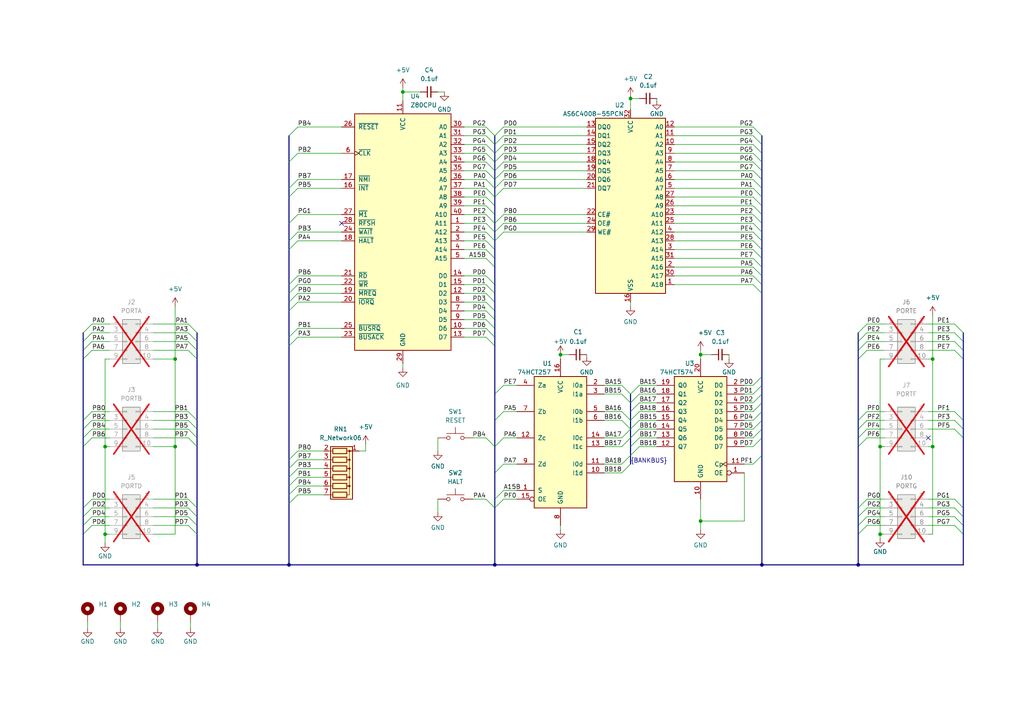
<source format=kicad_sch>
(kicad_sch (version 20231120) (generator "eeschema") (generator_version "8.0")
  (paper "A4")
  (title_block (title "AVRbrain") (date "2024-01-23") (rev "1.0") (company "(C) 2023 J.B. Langston") (comment 1 "https://github.com/jblang/avrbrain"))
  (junction (at 255.27 129.54))
  (junction (at 270.51 104.14))
  (junction (at 143.51 163.83))
  (junction (at 203.2 151.13))
  (junction (at 182.88 28.575))
  (junction (at 270.51 129.54))
  (junction (at 50.8 129.54))
  (junction (at 30.48 154.94))
  (junction (at 57.15 163.83))
  (junction (at 116.84 26.67))
  (junction (at 248.92 163.83))
  (junction (at 162.56 102.87))
  (junction (at 203.2 102.87))
  (junction (at 83.82 163.83))
  (junction (at 220.98 163.83))
  (junction (at 50.8 104.14))
  (junction (at 255.27 154.94))
  (junction (at 30.48 129.54))
  (no_connect (at 99.06 64.77))
  (no_connect (at 269.24 127))
  (bus_entry (at 220.98 69.85) (size -2.54 -2.54))
  (bus_entry (at 218.44 134.62) (size 2.54 -2.54))
  (bus_entry (at 251.46 124.46) (size -2.54 2.54))
  (bus_entry (at 26.67 149.86) (size -2.54 2.54))
  (bus_entry (at 220.98 54.61) (size -2.54 -2.54))
  (bus_entry (at 220.98 111.76) (size -2.54 2.54))
  (bus_entry (at 140.97 127) (size 2.54 2.54))
  (bus_entry (at 220.98 39.37) (size -2.54 -2.54))
  (bus_entry (at 220.98 41.91) (size -2.54 -2.54))
  (bus_entry (at 54.61 101.6) (size 2.54 2.54))
  (bus_entry (at 185.42 127) (size -2.54 2.54))
  (bus_entry (at 220.98 64.77) (size -2.54 -2.54))
  (bus_entry (at 220.98 46.99) (size -2.54 -2.54))
  (bus_entry (at 143.51 64.77) (size 2.54 -2.54))
  (bus_entry (at 26.67 99.06) (size -2.54 2.54))
  (bus_entry (at 26.67 119.38) (size -2.54 2.54))
  (bus_entry (at 83.82 72.39) (size 2.54 -2.54))
  (bus_entry (at 140.97 72.39) (size 2.54 2.54))
  (bus_entry (at 182.88 124.46) (size -2.54 2.54))
  (bus_entry (at 220.98 121.92) (size -2.54 2.54))
  (bus_entry (at 220.98 114.3) (size -2.54 2.54))
  (bus_entry (at 251.46 101.6) (size -2.54 2.54))
  (bus_entry (at 86.36 135.89) (size -2.54 2.54))
  (bus_entry (at 83.82 46.99) (size 2.54 -2.54))
  (bus_entry (at 54.61 96.52) (size 2.54 2.54))
  (bus_entry (at 185.42 129.54) (size -2.54 2.54))
  (bus_entry (at 140.97 62.23) (size 2.54 2.54))
  (bus_entry (at 182.88 132.08) (size -2.54 2.54))
  (bus_entry (at 86.36 133.35) (size -2.54 2.54))
  (bus_entry (at 83.82 39.37) (size 2.54 -2.54))
  (bus_entry (at 143.51 137.16) (size 2.54 -2.54))
  (bus_entry (at 143.51 49.53) (size 2.54 -2.54))
  (bus_entry (at 143.51 121.92) (size 2.54 -2.54))
  (bus_entry (at 185.42 121.92) (size -2.54 2.54))
  (bus_entry (at 83.82 85.09) (size 2.54 -2.54))
  (bus_entry (at 276.86 96.52) (size 2.54 2.54))
  (bus_entry (at 54.61 124.46) (size 2.54 2.54))
  (bus_entry (at 251.46 96.52) (size -2.54 2.54))
  (bus_entry (at 143.51 129.54) (size 2.54 -2.54))
  (bus_entry (at 140.97 46.99) (size 2.54 2.54))
  (bus_entry (at 276.86 124.46) (size 2.54 2.54))
  (bus_entry (at 185.42 116.84) (size -2.54 2.54))
  (bus_entry (at 140.97 90.17) (size 2.54 2.54))
  (bus_entry (at 26.67 121.92) (size -2.54 2.54))
  (bus_entry (at 83.82 87.63) (size 2.54 -2.54))
  (bus_entry (at 143.51 46.99) (size 2.54 -2.54))
  (bus_entry (at 140.97 67.31) (size 2.54 2.54))
  (bus_entry (at 276.86 121.92) (size 2.54 2.54))
  (bus_entry (at 83.82 57.15) (size 2.54 -2.54))
  (bus_entry (at 54.61 93.98) (size 2.54 2.54))
  (bus_entry (at 220.98 85.09) (size -2.54 -2.54))
  (bus_entry (at 143.51 52.07) (size 2.54 -2.54))
  (bus_entry (at 220.98 124.46) (size -2.54 2.54))
  (bus_entry (at 143.51 67.31) (size 2.54 -2.54))
  (bus_entry (at 140.97 80.01) (size 2.54 2.54))
  (bus_entry (at 251.46 152.4) (size -2.54 2.54))
  (bus_entry (at 185.42 114.3) (size -2.54 2.54))
  (bus_entry (at 83.82 54.61) (size 2.54 -2.54))
  (bus_entry (at 140.97 87.63) (size 2.54 2.54))
  (bus_entry (at 143.51 147.32) (size 2.54 -2.54))
  (bus_entry (at 251.46 144.78) (size -2.54 2.54))
  (bus_entry (at 140.97 144.78) (size 2.54 2.54))
  (bus_entry (at 220.98 109.22) (size -2.54 2.54))
  (bus_entry (at 276.86 144.78) (size 2.54 2.54))
  (bus_entry (at 276.86 99.06) (size 2.54 2.54))
  (bus_entry (at 54.61 121.92) (size 2.54 2.54))
  (bus_entry (at 54.61 127) (size 2.54 2.54))
  (bus_entry (at 83.82 100.33) (size 2.54 -2.54))
  (bus_entry (at 143.51 114.3) (size 2.54 -2.54))
  (bus_entry (at 251.46 119.38) (size -2.54 2.54))
  (bus_entry (at 276.86 93.98) (size 2.54 2.54))
  (bus_entry (at 26.67 101.6) (size -2.54 2.54))
  (bus_entry (at 220.98 59.69) (size -2.54 -2.54))
  (bus_entry (at 140.97 52.07) (size 2.54 2.54))
  (bus_entry (at 54.61 144.78) (size 2.54 2.54))
  (bus_entry (at 140.97 82.55) (size 2.54 2.54))
  (bus_entry (at 182.88 134.62) (size -2.54 2.54))
  (bus_entry (at 182.88 116.84) (size -2.54 -2.54))
  (bus_entry (at 86.36 130.81) (size -2.54 2.54))
  (bus_entry (at 140.97 36.83) (size 2.54 2.54))
  (bus_entry (at 251.46 93.98) (size -2.54 2.54))
  (bus_entry (at 220.98 72.39) (size -2.54 -2.54))
  (bus_entry (at 185.42 124.46) (size -2.54 2.54))
  (bus_entry (at 220.98 127) (size -2.54 2.54))
  (bus_entry (at 140.97 54.61) (size 2.54 2.54))
  (bus_entry (at 251.46 127) (size -2.54 2.54))
  (bus_entry (at 140.97 92.71) (size 2.54 2.54))
  (bus_entry (at 83.82 64.77) (size 2.54 -2.54))
  (bus_entry (at 220.98 67.31) (size -2.54 -2.54))
  (bus_entry (at 83.82 90.17) (size 2.54 -2.54))
  (bus_entry (at 140.97 64.77) (size 2.54 2.54))
  (bus_entry (at 86.36 138.43) (size -2.54 2.54))
  (bus_entry (at 26.67 96.52) (size -2.54 2.54))
  (bus_entry (at 26.67 152.4) (size -2.54 2.54))
  (bus_entry (at 143.51 144.78) (size 2.54 -2.54))
  (bus_entry (at 251.46 147.32) (size -2.54 2.54))
  (bus_entry (at 83.82 69.85) (size 2.54 -2.54))
  (bus_entry (at 54.61 119.38) (size 2.54 2.54))
  (bus_entry (at 220.98 44.45) (size -2.54 -2.54))
  (bus_entry (at 182.88 121.92) (size -2.54 -2.54))
  (bus_entry (at 54.61 99.06) (size 2.54 2.54))
  (bus_entry (at 251.46 121.92) (size -2.54 2.54))
  (bus_entry (at 26.67 144.78) (size -2.54 2.54))
  (bus_entry (at 140.97 69.85) (size 2.54 2.54))
  (bus_entry (at 140.97 95.25) (size 2.54 2.54))
  (bus_entry (at 140.97 41.91) (size 2.54 2.54))
  (bus_entry (at 140.97 74.93) (size 2.54 2.54))
  (bus_entry (at 140.97 57.15) (size 2.54 2.54))
  (bus_entry (at 220.98 52.07) (size -2.54 -2.54))
  (bus_entry (at 140.97 49.53) (size 2.54 2.54))
  (bus_entry (at 276.86 119.38) (size 2.54 2.54))
  (bus_entry (at 251.46 149.86) (size -2.54 2.54))
  (bus_entry (at 185.42 111.76) (size -2.54 2.54))
  (bus_entry (at 185.42 119.38) (size -2.54 2.54))
  (bus_entry (at 220.98 119.38) (size -2.54 2.54))
  (bus_entry (at 143.51 41.91) (size 2.54 -2.54))
  (bus_entry (at 143.51 54.61) (size 2.54 -2.54))
  (bus_entry (at 276.86 152.4) (size 2.54 2.54))
  (bus_entry (at 276.86 147.32) (size 2.54 2.54))
  (bus_entry (at 83.82 97.79) (size 2.54 -2.54))
  (bus_entry (at 220.98 49.53) (size -2.54 -2.54))
  (bus_entry (at 143.51 44.45) (size 2.54 -2.54))
  (bus_entry (at 83.82 82.55) (size 2.54 -2.54))
  (bus_entry (at 220.98 80.01) (size -2.54 -2.54))
  (bus_entry (at 220.98 116.84) (size -2.54 2.54))
  (bus_entry (at 86.36 143.51) (size -2.54 2.54))
  (bus_entry (at 220.98 77.47) (size -2.54 -2.54))
  (bus_entry (at 220.98 74.93) (size -2.54 -2.54))
  (bus_entry (at 220.98 62.23) (size -2.54 -2.54))
  (bus_entry (at 26.67 127) (size -2.54 2.54))
  (bus_entry (at 143.51 57.15) (size 2.54 -2.54))
  (bus_entry (at 276.86 149.86) (size 2.54 2.54))
  (bus_entry (at 251.46 99.06) (size -2.54 2.54))
  (bus_entry (at 26.67 93.98) (size -2.54 2.54))
  (bus_entry (at 26.67 124.46) (size -2.54 2.54))
  (bus_entry (at 140.97 44.45) (size 2.54 2.54))
  (bus_entry (at 140.97 85.09) (size 2.54 2.54))
  (bus_entry (at 143.51 69.85) (size 2.54 -2.54))
  (bus_entry (at 182.88 114.3) (size -2.54 -2.54))
  (bus_entry (at 276.86 101.6) (size 2.54 2.54))
  (bus_entry (at 140.97 97.79) (size 2.54 2.54))
  (bus_entry (at 143.51 39.37) (size 2.54 -2.54))
  (bus_entry (at 182.88 127) (size -2.54 2.54))
  (bus_entry (at 54.61 147.32) (size 2.54 2.54))
  (bus_entry (at 182.88 124.46) (size -2.54 -2.54))
  (bus_entry (at 86.36 140.97) (size -2.54 2.54))
  (bus_entry (at 26.67 147.32) (size -2.54 2.54))
  (bus_entry (at 54.61 149.86) (size 2.54 2.54))
  (bus_entry (at 140.97 39.37) (size 2.54 2.54))
  (bus_entry (at 220.98 82.55) (size -2.54 -2.54))
  (bus_entry (at 140.97 59.69) (size 2.54 2.54))
  (bus_entry (at 220.98 57.15) (size -2.54 -2.54))
  (bus_entry (at 54.61 152.4) (size 2.54 2.54))
  (bus (pts (xy 248.92 99.06) (xy 248.92 101.6)))
  (wire (pts (xy 211.455 102.87) (xy 211.455 104.14)))
  (wire (pts (xy 116.84 25.4) (xy 116.84 26.67)))
  (wire (pts (xy 195.58 54.61) (xy 218.44 54.61)))
  (wire (pts (xy 26.67 127) (xy 31.75 127)))
  (wire (pts (xy 134.62 59.69) (xy 140.97 59.69)))
  (wire (pts (xy 269.24 152.4) (xy 276.86 152.4)))
  (wire (pts (xy 44.45 121.92) (xy 54.61 121.92)))
  (wire (pts (xy 195.58 80.01) (xy 218.44 80.01)))
  (bus (pts (xy 182.88 132.08) (xy 182.88 134.62)))
  (bus (pts (xy 182.88 121.92) (xy 182.88 124.46)))
  (bus (pts (xy 143.51 57.15) (xy 143.51 59.69)))
  (bus (pts (xy 143.51 69.85) (xy 143.51 72.39)))
  (wire (pts (xy 127 144.78) (xy 127 148.59)))
  (wire (pts (xy 26.67 99.06) (xy 31.75 99.06)))
  (bus (pts (xy 24.13 149.86) (xy 24.13 152.4)))
  (bus (pts (xy 220.98 69.85) (xy 220.98 72.39)))
  (wire (pts (xy 86.36 36.83) (xy 99.06 36.83)))
  (bus (pts (xy 83.82 97.79) (xy 83.82 100.33)))
  (wire (pts (xy 170.18 39.37) (xy 146.05 39.37)))
  (bus (pts (xy 220.98 85.09) (xy 220.98 109.22)))
  (wire (pts (xy 270.51 91.44) (xy 270.51 104.14)))
  (wire (pts (xy 255.27 154.94) (xy 255.27 129.54)))
  (wire (pts (xy 44.45 144.78) (xy 54.61 144.78)))
  (wire (pts (xy 215.9 134.62) (xy 218.44 134.62)))
  (wire (pts (xy 26.67 93.98) (xy 31.75 93.98)))
  (wire (pts (xy 26.67 144.78) (xy 31.75 144.78)))
  (wire (pts (xy 26.67 101.6) (xy 31.75 101.6)))
  (bus (pts (xy 220.98 132.08) (xy 220.98 163.83)))
  (wire (pts (xy 99.06 87.63) (xy 86.36 87.63)))
  (bus (pts (xy 220.98 111.76) (xy 220.98 114.3)))
  (wire (pts (xy 195.58 62.23) (xy 218.44 62.23)))
  (wire (pts (xy 146.05 62.23) (xy 170.18 62.23)))
  (bus (pts (xy 57.15 101.6) (xy 57.15 104.14)))
  (wire (pts (xy 251.46 96.52) (xy 256.54 96.52)))
  (bus (pts (xy 220.98 69.85) (xy 220.98 67.31)))
  (wire (pts (xy 215.9 151.13) (xy 203.2 151.13)))
  (wire (pts (xy 134.62 44.45) (xy 140.97 44.45)))
  (wire (pts (xy 251.46 101.6) (xy 256.54 101.6)))
  (wire (pts (xy 134.62 85.09) (xy 140.97 85.09)))
  (bus (pts (xy 248.92 147.32) (xy 248.92 149.86)))
  (wire (pts (xy 170.18 49.53) (xy 146.05 49.53)))
  (wire (pts (xy 26.67 147.32) (xy 31.75 147.32)))
  (bus (pts (xy 83.82 133.35) (xy 83.82 135.89)))
  (wire (pts (xy 251.46 119.38) (xy 256.54 119.38)))
  (wire (pts (xy 44.45 149.86) (xy 54.61 149.86)))
  (wire (pts (xy 203.2 101.6) (xy 203.2 102.87)))
  (wire (pts (xy 251.46 144.78) (xy 256.54 144.78)))
  (wire (pts (xy 269.24 93.98) (xy 276.86 93.98)))
  (wire (pts (xy 99.06 52.07) (xy 86.36 52.07)))
  (bus (pts (xy 279.4 124.46) (xy 279.4 127)))
  (wire (pts (xy 251.46 152.4) (xy 256.54 152.4)))
  (wire (pts (xy 269.24 96.52) (xy 276.86 96.52)))
  (bus (pts (xy 24.13 96.52) (xy 24.13 99.06)))
  (bus (pts (xy 83.82 85.09) (xy 83.82 87.63)))
  (wire (pts (xy 190.5 28.575) (xy 190.5 29.21)))
  (bus (pts (xy 143.51 49.53) (xy 143.51 52.07)))
  (bus (pts (xy 143.51 64.77) (xy 143.51 67.31)))
  (bus (pts (xy 24.13 152.4) (xy 24.13 154.94)))
  (bus (pts (xy 182.88 114.3) (xy 182.88 116.84)))
  (wire (pts (xy 99.06 85.09) (xy 86.36 85.09)))
  (bus (pts (xy 220.98 80.01) (xy 220.98 82.55)))
  (bus (pts (xy 143.51 97.79) (xy 143.51 100.33)))
  (wire (pts (xy 44.45 127) (xy 54.61 127)))
  (wire (pts (xy 146.05 67.31) (xy 170.18 67.31)))
  (bus (pts (xy 24.13 147.32) (xy 24.13 149.86)))
  (wire (pts (xy 26.67 149.86) (xy 31.75 149.86)))
  (wire (pts (xy 26.67 96.52) (xy 31.75 96.52)))
  (wire (pts (xy 127 127) (xy 127 130.81)))
  (bus (pts (xy 83.82 163.83) (xy 143.51 163.83)))
  (wire (pts (xy 175.26 121.92) (xy 180.34 121.92)))
  (wire (pts (xy 195.58 44.45) (xy 218.44 44.45)))
  (wire (pts (xy 162.56 102.87) (xy 162.56 104.14)))
  (bus (pts (xy 83.82 87.63) (xy 83.82 90.17)))
  (wire (pts (xy 44.45 147.32) (xy 54.61 147.32)))
  (bus (pts (xy 248.92 127) (xy 248.92 129.54)))
  (wire (pts (xy 190.5 116.84) (xy 185.42 116.84)))
  (bus (pts (xy 248.92 152.4) (xy 248.92 154.94)))
  (wire (pts (xy 134.62 74.93) (xy 140.97 74.93)))
  (bus (pts (xy 57.15 127) (xy 57.15 129.54)))
  (bus (pts (xy 220.98 52.07) (xy 220.98 49.53)))
  (wire (pts (xy 215.9 114.3) (xy 218.44 114.3)))
  (wire (pts (xy 134.62 49.53) (xy 140.97 49.53)))
  (wire (pts (xy 146.05 119.38) (xy 149.86 119.38)))
  (bus (pts (xy 143.51 39.37) (xy 143.51 41.91)))
  (wire (pts (xy 195.58 39.37) (xy 218.44 39.37)))
  (bus (pts (xy 83.82 69.85) (xy 83.82 72.39)))
  (wire (pts (xy 182.88 27.94) (xy 182.88 28.575)))
  (wire (pts (xy 190.5 121.92) (xy 185.42 121.92)))
  (wire (pts (xy 190.5 119.38) (xy 185.42 119.38)))
  (wire (pts (xy 30.48 154.94) (xy 30.48 157.48)))
  (bus (pts (xy 182.88 116.84) (xy 182.88 119.38)))
  (wire (pts (xy 44.45 129.54) (xy 50.8 129.54)))
  (wire (pts (xy 195.58 67.31) (xy 218.44 67.31)))
  (wire (pts (xy 256.54 104.14) (xy 255.27 104.14)))
  (wire (pts (xy 93.98 138.43) (xy 86.36 138.43)))
  (bus (pts (xy 24.13 101.6) (xy 24.13 104.14)))
  (wire (pts (xy 146.05 111.76) (xy 149.86 111.76)))
  (wire (pts (xy 146.05 144.78) (xy 149.86 144.78)))
  (wire (pts (xy 25.4 180.34) (xy 25.4 182.245)))
  (wire (pts (xy 134.62 39.37) (xy 140.97 39.37)))
  (bus (pts (xy 248.92 129.54) (xy 248.92 147.32)))
  (bus (pts (xy 83.82 140.97) (xy 83.82 143.51)))
  (wire (pts (xy 162.56 152.4) (xy 162.56 153.67)))
  (wire (pts (xy 45.72 180.34) (xy 45.72 182.245)))
  (bus (pts (xy 24.13 104.14) (xy 24.13 121.92)))
  (wire (pts (xy 215.9 137.16) (xy 215.9 151.13)))
  (bus (pts (xy 220.98 74.93) (xy 220.98 77.47)))
  (wire (pts (xy 26.67 152.4) (xy 31.75 152.4)))
  (bus (pts (xy 220.98 124.46) (xy 220.98 127)))
  (bus (pts (xy 143.51 163.83) (xy 220.98 163.83)))
  (wire (pts (xy 170.18 54.61) (xy 146.05 54.61)))
  (bus (pts (xy 57.15 121.92) (xy 57.15 124.46)))
  (bus (pts (xy 143.51 114.3) (xy 143.51 121.92)))
  (wire (pts (xy 270.51 104.14) (xy 270.51 129.54)))
  (wire (pts (xy 195.58 57.15) (xy 218.44 57.15)))
  (wire (pts (xy 99.06 95.25) (xy 86.36 95.25)))
  (wire (pts (xy 99.06 97.79) (xy 86.36 97.79)))
  (wire (pts (xy 195.58 49.53) (xy 218.44 49.53)))
  (wire (pts (xy 195.58 72.39) (xy 218.44 72.39)))
  (wire (pts (xy 134.62 80.01) (xy 140.97 80.01)))
  (wire (pts (xy 255.27 154.94) (xy 255.27 156.21)))
  (wire (pts (xy 215.9 124.46) (xy 218.44 124.46)))
  (wire (pts (xy 137.16 127) (xy 140.97 127)))
  (wire (pts (xy 195.58 41.91) (xy 218.44 41.91)))
  (bus (pts (xy 57.15 124.46) (xy 57.15 127)))
  (wire (pts (xy 44.45 152.4) (xy 54.61 152.4)))
  (wire (pts (xy 269.24 144.78) (xy 276.86 144.78)))
  (wire (pts (xy 50.8 129.54) (xy 50.8 154.94)))
  (bus (pts (xy 143.51 121.92) (xy 143.51 129.54)))
  (wire (pts (xy 195.58 74.93) (xy 218.44 74.93)))
  (wire (pts (xy 215.9 119.38) (xy 218.44 119.38)))
  (wire (pts (xy 251.46 93.98) (xy 256.54 93.98)))
  (wire (pts (xy 134.62 69.85) (xy 140.97 69.85)))
  (bus (pts (xy 57.15 104.14) (xy 57.15 121.92)))
  (wire (pts (xy 269.24 101.6) (xy 276.86 101.6)))
  (wire (pts (xy 251.46 99.06) (xy 256.54 99.06)))
  (wire (pts (xy 93.98 140.97) (xy 86.36 140.97)))
  (wire (pts (xy 175.26 129.54) (xy 180.34 129.54)))
  (wire (pts (xy 134.62 97.79) (xy 140.97 97.79)))
  (wire (pts (xy 170.18 46.99) (xy 146.05 46.99)))
  (bus (pts (xy 143.51 129.54) (xy 143.51 137.16)))
  (wire (pts (xy 251.46 149.86) (xy 256.54 149.86)))
  (wire (pts (xy 127 26.67) (xy 128.905 26.67)))
  (bus (pts (xy 143.51 100.33) (xy 143.51 114.3)))
  (bus (pts (xy 220.98 59.69) (xy 220.98 62.23)))
  (wire (pts (xy 134.62 36.83) (xy 140.97 36.83)))
  (wire (pts (xy 50.8 104.14) (xy 50.8 129.54)))
  (wire (pts (xy 146.05 142.24) (xy 149.86 142.24)))
  (wire (pts (xy 269.24 124.46) (xy 276.86 124.46)))
  (wire (pts (xy 269.24 149.86) (xy 276.86 149.86)))
  (wire (pts (xy 203.2 102.87) (xy 206.375 102.87)))
  (bus (pts (xy 57.15 154.94) (xy 57.15 163.83)))
  (wire (pts (xy 116.84 26.67) (xy 116.84 29.21)))
  (wire (pts (xy 195.58 69.85) (xy 218.44 69.85)))
  (wire (pts (xy 269.24 119.38) (xy 276.86 119.38)))
  (bus (pts (xy 248.92 104.14) (xy 248.92 121.92)))
  (wire (pts (xy 170.18 52.07) (xy 146.05 52.07)))
  (wire (pts (xy 134.62 95.25) (xy 140.97 95.25)))
  (bus (pts (xy 220.98 59.69) (xy 220.98 57.15)))
  (wire (pts (xy 175.26 127) (xy 180.34 127)))
  (bus (pts (xy 220.98 72.39) (xy 220.98 74.93)))
  (bus (pts (xy 57.15 147.32) (xy 57.15 149.86)))
  (wire (pts (xy 26.67 124.46) (xy 31.75 124.46)))
  (wire (pts (xy 99.06 54.61) (xy 86.36 54.61)))
  (wire (pts (xy 134.62 72.39) (xy 140.97 72.39)))
  (wire (pts (xy 175.26 114.3) (xy 180.34 114.3)))
  (wire (pts (xy 30.48 154.94) (xy 31.75 154.94)))
  (bus (pts (xy 182.88 129.54) (xy 182.88 132.08)))
  (wire (pts (xy 251.46 127) (xy 256.54 127)))
  (bus (pts (xy 83.82 138.43) (xy 83.82 140.97)))
  (wire (pts (xy 269.24 121.92) (xy 276.86 121.92)))
  (bus (pts (xy 24.13 124.46) (xy 24.13 127)))
  (bus (pts (xy 143.51 72.39) (xy 143.51 74.93)))
  (wire (pts (xy 269.24 99.06) (xy 276.86 99.06)))
  (bus (pts (xy 83.82 82.55) (xy 83.82 85.09)))
  (bus (pts (xy 279.4 99.06) (xy 279.4 101.6)))
  (bus (pts (xy 220.98 41.91) (xy 220.98 44.45)))
  (wire (pts (xy 134.62 90.17) (xy 140.97 90.17)))
  (wire (pts (xy 116.84 105.41) (xy 116.84 106.68)))
  (wire (pts (xy 170.18 41.91) (xy 146.05 41.91)))
  (bus (pts (xy 57.15 163.83) (xy 83.82 163.83)))
  (wire (pts (xy 190.5 111.76) (xy 185.42 111.76)))
  (wire (pts (xy 99.06 62.23) (xy 86.36 62.23)))
  (wire (pts (xy 44.45 101.6) (xy 54.61 101.6)))
  (bus (pts (xy 143.51 41.91) (xy 143.51 44.45)))
  (bus (pts (xy 220.98 82.55) (xy 220.98 85.09)))
  (bus (pts (xy 220.98 62.23) (xy 220.98 64.77)))
  (wire (pts (xy 34.925 180.34) (xy 34.925 182.245)))
  (wire (pts (xy 44.45 119.38) (xy 54.61 119.38)))
  (wire (pts (xy 175.26 137.16) (xy 180.34 137.16)))
  (bus (pts (xy 143.51 92.71) (xy 143.51 95.25)))
  (wire (pts (xy 86.36 69.85) (xy 99.06 69.85)))
  (wire (pts (xy 44.45 104.14) (xy 50.8 104.14)))
  (bus (pts (xy 83.82 143.51) (xy 83.82 146.05)))
  (wire (pts (xy 44.45 154.94) (xy 50.8 154.94)))
  (wire (pts (xy 175.26 134.62) (xy 180.34 134.62)))
  (wire (pts (xy 44.45 99.06) (xy 54.61 99.06)))
  (bus (pts (xy 143.51 54.61) (xy 143.51 57.15)))
  (wire (pts (xy 215.9 116.84) (xy 218.44 116.84)))
  (bus (pts (xy 220.98 114.3) (xy 220.98 116.84)))
  (wire (pts (xy 134.62 92.71) (xy 140.97 92.71)))
  (bus (pts (xy 248.92 121.92) (xy 248.92 124.46)))
  (wire (pts (xy 26.67 121.92) (xy 31.75 121.92)))
  (wire (pts (xy 195.58 82.55) (xy 218.44 82.55)))
  (bus (pts (xy 220.98 116.84) (xy 220.98 119.38)))
  (bus (pts (xy 220.98 121.92) (xy 220.98 124.46)))
  (wire (pts (xy 93.98 135.89) (xy 86.36 135.89)))
  (wire (pts (xy 134.62 46.99) (xy 140.97 46.99)))
  (wire (pts (xy 170.18 36.83) (xy 146.05 36.83)))
  (wire (pts (xy 215.9 111.76) (xy 218.44 111.76)))
  (bus (pts (xy 279.4 101.6) (xy 279.4 104.14)))
  (wire (pts (xy 195.58 77.47) (xy 218.44 77.47)))
  (bus (pts (xy 24.13 121.92) (xy 24.13 124.46)))
  (wire (pts (xy 26.67 119.38) (xy 31.75 119.38)))
  (bus (pts (xy 143.51 52.07) (xy 143.51 54.61)))
  (wire (pts (xy 134.62 67.31) (xy 140.97 67.31)))
  (wire (pts (xy 134.62 52.07) (xy 140.97 52.07)))
  (bus (pts (xy 220.98 109.22) (xy 220.98 111.76)))
  (bus (pts (xy 220.98 54.61) (xy 220.98 52.07)))
  (bus (pts (xy 143.51 77.47) (xy 143.51 82.55)))
  (wire (pts (xy 215.9 121.92) (xy 218.44 121.92)))
  (bus (pts (xy 24.13 129.54) (xy 24.13 147.32)))
  (wire (pts (xy 99.06 82.55) (xy 86.36 82.55)))
  (bus (pts (xy 24.13 127) (xy 24.13 129.54)))
  (wire (pts (xy 44.45 93.98) (xy 54.61 93.98)))
  (bus (pts (xy 248.92 154.94) (xy 248.92 163.83)))
  (wire (pts (xy 251.46 121.92) (xy 256.54 121.92)))
  (wire (pts (xy 170.18 44.45) (xy 146.05 44.45)))
  (wire (pts (xy 190.5 129.54) (xy 185.42 129.54)))
  (bus (pts (xy 83.82 39.37) (xy 83.82 46.99)))
  (bus (pts (xy 83.82 57.15) (xy 83.82 64.77)))
  (bus (pts (xy 57.15 96.52) (xy 57.15 99.06)))
  (wire (pts (xy 203.2 144.78) (xy 203.2 151.13)))
  (wire (pts (xy 134.62 87.63) (xy 140.97 87.63)))
  (wire (pts (xy 190.5 127) (xy 185.42 127)))
  (wire (pts (xy 270.51 129.54) (xy 269.24 129.54)))
  (bus (pts (xy 220.98 39.37) (xy 220.98 41.91)))
  (bus (pts (xy 83.82 46.99) (xy 83.82 54.61)))
  (bus (pts (xy 24.13 99.06) (xy 24.13 101.6)))
  (wire (pts (xy 195.58 59.69) (xy 218.44 59.69)))
  (wire (pts (xy 182.88 28.575) (xy 182.88 31.75)))
  (wire (pts (xy 93.98 133.35) (xy 86.36 133.35)))
  (bus (pts (xy 143.51 46.99) (xy 143.51 49.53)))
  (wire (pts (xy 30.48 104.14) (xy 30.48 129.54)))
  (bus (pts (xy 143.51 90.17) (xy 143.51 92.71)))
  (wire (pts (xy 175.26 119.38) (xy 180.34 119.38)))
  (bus (pts (xy 248.92 101.6) (xy 248.92 104.14)))
  (wire (pts (xy 106.045 130.81) (xy 104.14 130.81)))
  (wire (pts (xy 93.98 130.81) (xy 86.36 130.81)))
  (bus (pts (xy 220.98 44.45) (xy 220.98 46.99)))
  (wire (pts (xy 255.27 129.54) (xy 256.54 129.54)))
  (wire (pts (xy 50.8 88.9) (xy 50.8 104.14)))
  (bus (pts (xy 220.98 64.77) (xy 220.98 67.31)))
  (bus (pts (xy 57.15 152.4) (xy 57.15 154.94)))
  (wire (pts (xy 99.06 44.45) (xy 86.36 44.45)))
  (wire (pts (xy 134.62 54.61) (xy 140.97 54.61)))
  (wire (pts (xy 137.16 144.78) (xy 140.97 144.78)))
  (bus (pts (xy 220.98 77.47) (xy 220.98 80.01)))
  (bus (pts (xy 143.51 95.25) (xy 143.51 97.79)))
  (bus (pts (xy 220.98 127) (xy 220.98 132.08)))
  (wire (pts (xy 31.75 104.14) (xy 30.48 104.14)))
  (bus (pts (xy 143.51 44.45) (xy 143.51 46.99)))
  (wire (pts (xy 215.9 127) (xy 218.44 127)))
  (bus (pts (xy 248.92 96.52) (xy 248.92 99.06)))
  (bus (pts (xy 143.51 144.78) (xy 143.51 147.32)))
  (bus (pts (xy 143.51 137.16) (xy 143.51 144.78)))
  (wire (pts (xy 134.62 64.77) (xy 140.97 64.77)))
  (bus (pts (xy 279.4 127) (xy 279.4 147.32)))
  (bus (pts (xy 83.82 54.61) (xy 83.82 57.15)))
  (wire (pts (xy 146.05 134.62) (xy 149.86 134.62)))
  (bus (pts (xy 248.92 163.83) (xy 279.4 163.83)))
  (wire (pts (xy 182.88 28.575) (xy 185.42 28.575)))
  (bus (pts (xy 220.98 163.83) (xy 248.92 163.83)))
  (bus (pts (xy 182.88 124.46) (xy 182.88 127)))
  (bus (pts (xy 182.88 127) (xy 182.88 129.54)))
  (bus (pts (xy 220.98 49.53) (xy 220.98 46.99)))
  (wire (pts (xy 99.06 80.01) (xy 86.36 80.01)))
  (wire (pts (xy 203.2 151.13) (xy 203.2 153.67)))
  (bus (pts (xy 279.4 121.92) (xy 279.4 124.46)))
  (bus (pts (xy 143.51 67.31) (xy 143.51 69.85)))
  (bus (pts (xy 143.51 62.23) (xy 143.51 64.77)))
  (bus (pts (xy 83.82 146.05) (xy 83.82 163.83)))
  (wire (pts (xy 170.18 102.87) (xy 170.18 103.505)))
  (bus (pts (xy 248.92 149.86) (xy 248.92 152.4)))
  (bus (pts (xy 279.4 154.94) (xy 279.4 163.83)))
  (wire (pts (xy 44.45 96.52) (xy 54.61 96.52)))
  (bus (pts (xy 143.51 87.63) (xy 143.51 90.17)))
  (wire (pts (xy 30.48 129.54) (xy 31.75 129.54)))
  (wire (pts (xy 270.51 154.94) (xy 270.51 129.54)))
  (bus (pts (xy 57.15 99.06) (xy 57.15 101.6)))
  (bus (pts (xy 143.51 59.69) (xy 143.51 62.23)))
  (bus (pts (xy 220.98 119.38) (xy 220.98 121.92)))
  (bus (pts (xy 279.4 152.4) (xy 279.4 154.94)))
  (wire (pts (xy 182.88 88.9) (xy 182.88 87.63)))
  (wire (pts (xy 134.62 62.23) (xy 140.97 62.23)))
  (wire (pts (xy 195.58 36.83) (xy 218.44 36.83)))
  (wire (pts (xy 116.84 26.67) (xy 121.92 26.67)))
  (wire (pts (xy 269.24 104.14) (xy 270.51 104.14)))
  (bus (pts (xy 279.4 96.52) (xy 279.4 99.06)))
  (bus (pts (xy 83.82 72.39) (xy 83.82 82.55)))
  (bus (pts (xy 24.13 154.94) (xy 24.13 163.83)))
  (bus (pts (xy 83.82 135.89) (xy 83.82 138.43)))
  (bus (pts (xy 57.15 129.54) (xy 57.15 147.32)))
  (bus (pts (xy 182.88 119.38) (xy 182.88 121.92)))
  (bus (pts (xy 279.4 147.32) (xy 279.4 149.86)))
  (bus (pts (xy 279.4 104.14) (xy 279.4 121.92)))
  (wire (pts (xy 190.5 124.46) (xy 185.42 124.46)))
  (bus (pts (xy 57.15 149.86) (xy 57.15 152.4)))
  (bus (pts (xy 83.82 64.77) (xy 83.82 69.85)))
  (wire (pts (xy 190.5 114.3) (xy 185.42 114.3)))
  (wire (pts (xy 55.245 180.34) (xy 55.245 182.245)))
  (wire (pts (xy 256.54 154.94) (xy 255.27 154.94)))
  (wire (pts (xy 203.2 102.87) (xy 203.2 104.14)))
  (wire (pts (xy 251.46 147.32) (xy 256.54 147.32)))
  (wire (pts (xy 146.05 127) (xy 149.86 127)))
  (wire (pts (xy 162.56 102.87) (xy 165.1 102.87)))
  (bus (pts (xy 143.51 85.09) (xy 143.51 87.63)))
  (wire (pts (xy 195.58 52.07) (xy 218.44 52.07)))
  (wire (pts (xy 99.06 67.31) (xy 86.36 67.31)))
  (wire (pts (xy 146.05 64.77) (xy 170.18 64.77)))
  (wire (pts (xy 175.26 111.76) (xy 180.34 111.76)))
  (wire (pts (xy 44.45 124.46) (xy 54.61 124.46)))
  (wire (pts (xy 255.27 104.14) (xy 255.27 129.54)))
  (wire (pts (xy 215.9 129.54) (xy 218.44 129.54)))
  (bus (pts (xy 143.51 82.55) (xy 143.51 85.09)))
  (bus (pts (xy 248.92 124.46) (xy 248.92 127)))
  (bus (pts (xy 83.82 90.17) (xy 83.82 97.79)))
  (wire (pts (xy 195.58 46.99) (xy 218.44 46.99)))
  (wire (pts (xy 269.24 154.94) (xy 270.51 154.94)))
  (wire (pts (xy 134.62 41.91) (xy 140.97 41.91)))
  (wire (pts (xy 30.48 129.54) (xy 30.48 154.94)))
  (wire (pts (xy 134.62 82.55) (xy 140.97 82.55)))
  (wire (pts (xy 269.24 147.32) (xy 276.86 147.32)))
  (wire (pts (xy 93.98 143.51) (xy 86.36 143.51)))
  (bus (pts (xy 279.4 149.86) (xy 279.4 152.4)))
  (wire (pts (xy 195.58 64.77) (xy 218.44 64.77)))
  (bus (pts (xy 143.51 147.32) (xy 143.51 163.83)))
  (wire (pts (xy 106.045 128.905) (xy 106.045 130.81)))
  (bus (pts (xy 143.51 74.93) (xy 143.51 77.47)))
  (wire (pts (xy 134.62 57.15) (xy 140.97 57.15)))
  (bus (pts (xy 24.13 163.83) (xy 57.15 163.83)))
  (bus (pts (xy 220.98 57.15) (xy 220.98 54.61)))
  (bus (pts (xy 83.82 100.33) (xy 83.82 133.35)))
  (wire (pts (xy 251.46 124.46) (xy 256.54 124.46)))
  (label "PD5" (at 218.44 124.46 180))
  (label "PE7" (at 146.05 111.76 0))
  (label "PG4" (at 218.44 41.91 180))
  (label "PA7" (at 146.05 134.62 0))
  (label "PE0" (at 140.97 57.15 180))
  (label "A15B" (at 140.97 74.93 180))
  (label "PG6" (at 140.97 46.99 180))
  (label "PA0" (at 140.97 52.07 180))
  (label "PG3" (at 275.59 147.32 180))
  (label "PD4" (at 26.67 149.86 0))
  (label "PE5" (at 140.97 69.85 180))
  (label "PB1" (at 86.36 95.25 0))
  (label "PF3" (at 275.59 121.92 180))
  (label "{BANKBUS}" (at 182.88 134.62 0))
  (label "PB5" (at 86.36 143.51 0))
  (label "PB7" (at 54.61 127 180))
  (label "PA4" (at 26.67 99.06 0))
  (label "PA6" (at 26.67 101.6 0))
  (label "PA7" (at 218.44 82.55 180))
  (label "PD0" (at 26.67 144.78 0))
  (label "BB15" (at 185.42 121.92 0))
  (label "PE2" (at 218.44 62.23 180))
  (label "PA3" (at 54.61 96.52 180))
  (label "PF0" (at 251.46 119.38 0))
  (label "PE6" (at 251.46 101.6 0))
  (label "PE1" (at 275.59 93.98 180))
  (label "PF6" (at 251.46 127 0))
  (label "PB4" (at 26.67 124.46 0))
  (label "PF2" (at 251.46 121.92 0))
  (label "PE0" (at 251.46 93.98 0))
  (label "PG3" (at 140.97 39.37 180))
  (label "BA17" (at 180.34 127 180))
  (label "PG7" (at 218.44 49.53 180))
  (label "PD7" (at 54.61 152.4 180))
  (label "PD0" (at 218.44 111.76 180))
  (label "PD0" (at 140.97 80.01 180))
  (label "PB1" (at 54.61 119.38 180))
  (label "BB17" (at 185.42 127 0))
  (label "PA5" (at 146.05 119.38 0))
  (label "PD4" (at 146.05 46.99 0))
  (label "PD2" (at 146.05 41.91 0))
  (label "PD4" (at 140.97 90.17 180))
  (label "PB6" (at 26.67 127 0))
  (label "BB18" (at 185.42 129.54 0))
  (label "PE6" (at 140.97 72.39 180))
  (label "PG2" (at 218.44 36.83 180))
  (label "PE5" (at 218.44 69.85 180))
  (label "PA3" (at 86.36 97.79 0))
  (label "PE0" (at 218.44 57.15 180))
  (label "PA0" (at 26.67 93.98 0))
  (label "PD3" (at 146.05 44.45 0))
  (label "PE2" (at 251.46 96.52 0))
  (label "PF1" (at 275.59 119.38 180))
  (label "PD1" (at 218.44 114.3 180))
  (label "PD6" (at 218.44 127 180))
  (label "PD3" (at 140.97 87.63 180))
  (label "PA4" (at 140.97 144.78 180))
  (label "PB4" (at 86.36 140.97 0))
  (label "PB2" (at 86.36 44.45 0))
  (label "PE1" (at 218.44 59.69 180))
  (label "BA16" (at 180.34 119.38 180))
  (label "PB3" (at 86.36 67.31 0))
  (label "PD3" (at 54.61 147.32 180))
  (label "PF0" (at 146.05 144.78 0))
  (label "PD0" (at 146.05 36.83 0))
  (label "BA15" (at 180.34 111.76 180))
  (label "PB7" (at 86.36 133.35 0))
  (label "BB16" (at 180.34 121.92 180))
  (label "A15B" (at 146.05 142.24 0))
  (label "PB3" (at 54.61 121.92 180))
  (label "PB0" (at 86.36 85.09 0))
  (label "PB1" (at 86.36 138.43 0))
  (label "PB0" (at 146.05 62.23 0))
  (label "PE1" (at 140.97 59.69 180))
  (label "PE7" (at 218.44 74.93 180))
  (label "PD5" (at 140.97 92.71 180))
  (label "PA5" (at 218.44 77.47 180))
  (label "PF1" (at 218.44 134.62 180))
  (label "PD3" (at 218.44 119.38 180))
  (label "PE2" (at 140.97 62.23 180))
  (label "BA18" (at 180.34 134.62 180))
  (label "PB4" (at 140.97 127 180))
  (label "PB6" (at 86.36 80.01 0))
  (label "PE7" (at 275.59 101.6 180))
  (label "PG1" (at 275.59 144.78 180))
  (label "BA18" (at 185.42 119.38 0))
  (label "PD4" (at 218.44 121.92 180))
  (label "PD1" (at 140.97 82.55 180))
  (label "PD7" (at 218.44 129.54 180))
  (label "BB16" (at 185.42 124.46 0))
  (label "PD2" (at 140.97 85.09 180))
  (label "PE3" (at 275.59 96.52 180))
  (label "PA6" (at 146.05 127 0))
  (label "PB5" (at 86.36 54.61 0))
  (label "PG6" (at 218.44 46.99 180))
  (label "PA2" (at 26.67 96.52 0))
  (label "PD5" (at 54.61 149.86 180))
  (label "PG3" (at 218.44 39.37 180))
  (label "PD1" (at 54.61 144.78 180))
  (label "PD7" (at 146.05 54.61 0))
  (label "BA15" (at 185.42 111.76 0))
  (label "PB0" (at 86.36 130.81 0))
  (label "PB4" (at 86.36 36.83 0))
  (label "PA7" (at 54.61 101.6 180))
  (label "BA17" (at 185.42 116.84 0))
  (label "PD2" (at 26.67 147.32 0))
  (label "PG7" (at 140.97 49.53 180))
  (label "PG0" (at 146.05 67.31 0))
  (label "PG0" (at 86.36 82.55 0))
  (label "PE5" (at 275.59 99.06 180))
  (label "PF4" (at 251.46 124.46 0))
  (label "PD6" (at 146.05 52.07 0))
  (label "PE4" (at 251.46 99.06 0))
  (label "PB5" (at 54.61 124.46 180))
  (label "PD6" (at 140.97 95.25 180))
  (label "PA1" (at 218.44 54.61 180))
  (label "PB3" (at 86.36 135.89 0))
  (label "PG5" (at 218.44 44.45 180))
  (label "PB2" (at 26.67 121.92 0))
  (label "BB15" (at 180.34 114.3 180))
  (label "PD5" (at 146.05 49.53 0))
  (label "PA1" (at 140.97 54.61 180))
  (label "PE3" (at 140.97 64.77 180))
  (label "PG5" (at 275.59 149.86 180))
  (label "PE3" (at 218.44 64.77 180))
  (label "PE4" (at 218.44 67.31 180))
  (label "PG4" (at 140.97 41.91 180))
  (label "PD6" (at 26.67 152.4 0))
  (label "PD1" (at 146.05 39.37 0))
  (label "BB18" (at 180.34 137.16 180))
  (label "BB17" (at 180.34 129.54 180))
  (label "PD2" (at 218.44 116.84 180))
  (label "PG2" (at 251.46 147.32 0))
  (label "PD7" (at 140.97 97.79 180))
  (label "PA0" (at 218.44 52.07 180))
  (label "PG6" (at 251.46 152.4 0))
  (label "PG0" (at 251.46 144.78 0))
  (label "PG7" (at 275.59 152.4 180))
  (label "PB0" (at 26.67 119.38 0))
  (label "PA6" (at 218.44 80.01 180))
  (label "PA1" (at 54.61 93.98 180))
  (label "PE6" (at 218.44 72.39 180))
  (label "PE4" (at 140.97 67.31 180))
  (label "PA4" (at 86.36 69.85 0))
  (label "PG4" (at 251.46 149.86 0))
  (label "PA2" (at 86.36 87.63 0))
  (label "PB6" (at 146.05 64.77 0))
  (label "PG5" (at 140.97 44.45 180))
  (label "BA16" (at 185.42 114.3 0))
  (label "PG2" (at 140.97 36.83 180))
  (label "PF5" (at 275.59 124.46 180))
  (label "PB7" (at 86.36 52.07 0))
  (label "PA5" (at 54.61 99.06 180))
  (label "PG1" (at 86.36 62.23 0))
  (symbol (lib_id "Connector_Generic:Conn_02x05_Odd_Even") (at 261.62 99.06 0) (unit 1) (dnp yes)
    (property "Reference" "J6" (at 262.89 87.63 0))
    (property "Value" "PORTE" (at 262.89 90.17 0))
    (property "Footprint" "Connector_PinHeader_2.54mm:PinHeader_2x05_P2.54mm_Vertical" (effects (hide yes)))
    (property "Description" "Generic connector, double row, 02x05, odd/even pin numbering scheme (row 1 odd numbers, row 2 even numbers), script generated (kicad-library-utils/schlib/autogen/connector/)" (effects (hide yes)))
  )
  (symbol (lib_id "Connector_Generic:Conn_02x05_Odd_Even") (at 36.83 124.46 0) (unit 1) (dnp yes)
    (property "Reference" "J3" (at 38.1 113.03 0))
    (property "Value" "PORTB" (at 38.1 115.57 0))
    (property "Footprint" "Connector_PinHeader_2.54mm:PinHeader_2x05_P2.54mm_Vertical" (effects (hide yes)))
    (property "Description" "Generic connector, double row, 02x05, odd/even pin numbering scheme (row 1 odd numbers, row 2 even numbers), script generated (kicad-library-utils/schlib/autogen/connector/)" (effects (hide yes)))
  )
  (symbol (lib_name "GND_3") (lib_id "power:GND") (at 182.88 88.9 0) (unit 1)
    (property "Reference" "#PWR010" (effects (hide yes)))
    (property "Value" "GND" (at 182.88 93.345 0))
  )
  (symbol (lib_id "Connector_Generic:Conn_02x05_Odd_Even") (at 36.83 149.86 0) (unit 1) (dnp yes)
    (property "Reference" "J5" (at 38.1 138.43 0))
    (property "Value" "PORTD" (at 38.1 140.97 0))
    (property "Footprint" "Connector_PinHeader_2.54mm:PinHeader_2x05_P2.54mm_Vertical" (effects (hide yes)))
    (property "Description" "Generic connector, double row, 02x05, odd/even pin numbering scheme (row 1 odd numbers, row 2 even numbers), script generated (kicad-library-utils/schlib/autogen/connector/)" (effects (hide yes)))
  )
  (symbol (lib_id "Device:C_Small") (at 124.46 26.67 90) (unit 1)
    (property "Reference" "C4" (at 124.4663 20.32 90))
    (property "Value" "0.1uf" (at 124.4663 22.86 90))
    (property "Footprint" "Capacitor_THT:C_Disc_D3.0mm_W1.6mm_P2.50mm" (effects (hide yes)))
  )
  (symbol (lib_id "power:GND") (at 34.925 182.245 0) (mirror y) (unit 1)
    (property "Reference" "#PWR022" (effects (hide yes)))
    (property "Value" "GND" (at 34.925 186.055 0))
  )
  (symbol (lib_id "74xx:74LS257") (at 162.56 127 0) (mirror y) (unit 1)
    (property "Reference" "U1" (at 158.75 105.41 0))
    (property "Value" "74HCT257" (at 154.94 107.95 0))
    (property "Footprint" "Package_DIP:DIP-16_W7.62mm" (effects (hide yes)))
    (property "Datasheet" "http://www.ti.com/lit/gpn/sn74HCT257" (effects (hide yes)))
    (property "DigikeyPN" "296-8406-5-ND" (effects (hide yes)))
    (property "MouserPN" "595-SN74HCT257N" (effects (hide yes)))
  )
  (symbol (lib_id "Device:C_Small") (at 167.64 102.87 90) (unit 1)
    (property "Reference" "C1" (at 167.64 96.266 90))
    (property "Value" "0.1uf" (at 167.6463 99.06 90))
    (property "Footprint" "Capacitor_THT:C_Disc_D3.0mm_W1.6mm_P2.50mm" (effects (hide yes)))
  )
  (symbol (lib_id "Device:C_Small") (at 187.96 28.575 90) (unit 1)
    (property "Reference" "C2" (at 187.9663 22.225 90))
    (property "Value" "0.1uf" (at 187.9663 24.765 90))
    (property "Footprint" "Capacitor_THT:C_Disc_D3.0mm_W1.6mm_P2.50mm" (effects (hide yes)))
  )
  (symbol (lib_id "Mechanical:MountingHole_Pad") (at 34.925 177.8 0) (unit 1)
    (property "Reference" "H2" (at 38.1 175.26 0) (effects (justify left)))
    (property "Value" "MountingHole_Pad" (effects (hide yes)))
    (property "Footprint" "MountingHole:MountingHole_2.2mm_M2_Pad_Via" (effects (hide yes)))
  )
  (symbol (lib_id "Connector_Generic:Conn_02x05_Odd_Even") (at 261.62 149.86 0) (unit 1) (dnp yes)
    (property "Reference" "J10" (at 262.89 138.43 0))
    (property "Value" "PORTG" (at 262.89 140.97 0))
    (property "Footprint" "Connector_PinHeader_2.54mm:PinHeader_2x05_P2.54mm_Vertical" (effects (hide yes)))
    (property "Description" "Generic connector, double row, 02x05, odd/even pin numbering scheme (row 1 odd numbers, row 2 even numbers), script generated (kicad-library-utils/schlib/autogen/connector/)" (effects (hide yes)))
  )
  (symbol (lib_name "GND_1") (lib_id "power:GND") (at 190.5 29.21 0) (unit 1)
    (property "Reference" "#PWR011" (effects (hide yes)))
    (property "Value" "GND" (at 190.5 33.02 0))
  )
  (symbol (lib_id "Mechanical:MountingHole_Pad") (at 25.4 177.8 0) (unit 1)
    (property "Reference" "H1" (at 28.575 175.26 0) (effects (justify left)))
    (property "Value" "MountingHole_Pad" (effects (hide yes)))
    (property "Footprint" "MountingHole:MountingHole_2.2mm_M2_Pad_Via" (effects (hide yes)))
  )
  (symbol (lib_id "Connector_Generic:Conn_02x05_Odd_Even") (at 261.62 124.46 0) (unit 1) (dnp yes)
    (property "Reference" "J7" (at 262.89 111.76 0))
    (property "Value" "PORTF" (at 262.89 114.3 0))
    (property "Footprint" "Connector_PinHeader_2.54mm:PinHeader_2x05_P2.54mm_Vertical" (effects (hide yes)))
    (property "Description" "Generic connector, double row, 02x05, odd/even pin numbering scheme (row 1 odd numbers, row 2 even numbers), script generated (kicad-library-utils/schlib/autogen/connector/)" (effects (hide yes)))
  )
  (symbol (lib_id "Switch:SW_Push") (at 132.08 144.78 0) (unit 1)
    (property "Reference" "SW2" (at 132.08 137.16 0))
    (property "Value" "HALT" (at 132.08 139.7 0))
    (property "Footprint" "Button_Switch_THT:SW_PUSH_6mm" (effects (hide yes)))
    (property "Description" "Push button switch, generic, two pins" (effects (hide yes)))
  )
  (symbol (lib_id "power:+5V") (at 50.8 88.9 0) (unit 1)
    (property "Reference" "#PWR02" (effects (hide yes)))
    (property "Value" "+5V" (at 50.8 83.82 0))
  )
  (symbol (lib_id "power:GND") (at 116.84 106.68 0) (unit 1)
    (property "Reference" "#PWR04" (effects (hide yes)))
    (property "Value" "GND" (at 116.84 111.76 0))
  )
  (symbol (lib_id "74xx:74HCT574") (at 203.2 124.46 0) (mirror y) (unit 1)
    (property "Reference" "U3" (at 200.025 105.41 0))
    (property "Value" "74HCT574" (at 196.215 107.95 0))
    (property "Footprint" "Package_DIP:DIP-20_W7.62mm" (effects (hide yes)))
    (property "Datasheet" "http://www.ti.com/lit/gpn/sn74HCT574" (effects (hide yes)))
    (property "DigikeyPN" "296-1623-5-ND" (effects (hide yes)))
    (property "MouserPN" "595-SN74HCT574N" (effects (hide yes)))
  )
  (symbol (lib_name "GND_3") (lib_id "power:GND") (at 211.455 104.14 0) (unit 1)
    (property "Reference" "#PWR014" (effects (hide yes)))
    (property "Value" "GND" (at 211.455 107.95 0))
  )
  (symbol (lib_id "power:+5V") (at 203.2 101.6 0) (unit 1)
    (property "Reference" "#PWR012" (effects (hide yes)))
    (property "Value" "+5V" (at 204.47 96.52 0))
  )
  (symbol (lib_name "GND_4") (lib_id "power:GND") (at 127 130.81 0) (unit 1)
    (property "Reference" "#PWR017" (effects (hide yes)))
    (property "Value" "GND" (at 127 135.255 0))
  )
  (symbol (lib_id "power:+5V") (at 270.51 91.44 0) (unit 1)
    (property "Reference" "#PWR07" (effects (hide yes)))
    (property "Value" "+5V" (at 270.51 86.36 0))
  )
  (symbol (lib_name "GND_4") (lib_id "power:GND") (at 127 148.59 0) (unit 1)
    (property "Reference" "#PWR019" (effects (hide yes)))
    (property "Value" "GND" (at 127 153.035 0))
  )
  (symbol (lib_id "power:GND") (at 255.27 156.21 0) (unit 1)
    (property "Reference" "#PWR01" (effects (hide yes)))
    (property "Value" "GND" (at 255.27 160.02 0))
  )
  (symbol (lib_id "power:GND") (at 128.905 26.67 0) (unit 1)
    (property "Reference" "#PWR015" (effects (hide yes)))
    (property "Value" "GND" (at 128.905 31.75 0))
  )
  (symbol (lib_id "Device:C_Small") (at 208.915 102.87 90) (unit 1)
    (property "Reference" "C3" (at 208.9213 96.52 90))
    (property "Value" "0.1uf" (at 208.9213 99.06 90))
    (property "Footprint" "Capacitor_THT:C_Disc_D3.0mm_W1.6mm_P2.50mm" (effects (hide yes)))
  )
  (symbol (lib_name "GND_4") (lib_id "power:GND") (at 203.2 153.67 0) (unit 1)
    (property "Reference" "#PWR013" (effects (hide yes)))
    (property "Value" "GND" (at 203.2 158.115 0))
  )
  (symbol (lib_id "power:+5V") (at 162.56 102.87 0) (unit 1)
    (property "Reference" "#PWR05" (effects (hide yes)))
    (property "Value" "+5V" (at 162.56 99.06 0))
  )
  (symbol (lib_name "GND_3") (lib_id "power:GND") (at 170.18 103.505 0) (unit 1)
    (property "Reference" "#PWR08" (effects (hide yes)))
    (property "Value" "GND" (at 170.18 107.95 0))
  )
  (symbol (lib_id "Connector_Generic:Conn_02x05_Odd_Even") (at 36.83 99.06 0) (unit 1) (dnp yes)
    (property "Reference" "J2" (at 38.1 87.63 0))
    (property "Value" "PORTA" (at 38.1 90.17 0))
    (property "Footprint" "Connector_PinHeader_2.54mm:PinHeader_2x05_P2.54mm_Vertical" (effects (hide yes)))
    (property "Description" "Generic connector, double row, 02x05, odd/even pin numbering scheme (row 1 odd numbers, row 2 even numbers), script generated (kicad-library-utils/schlib/autogen/connector/)" (effects (hide yes)))
  )
  (symbol (lib_id "CPU:Z80CPU") (at 116.84 67.31 0) (unit 1)
    (property "Reference" "U4" (at 119.0341 27.94 0) (effects (justify left)))
    (property "Value" "Z80CPU" (at 119.0341 30.48 0) (effects (justify left)))
    (property "Footprint" "Package_DIP:DIP-40_W15.24mm" (effects (hide yes)))
    (property "Datasheet" "www.zilog.com/manage_directlink.php?filepath=docs/z80/um0080" (effects (hide yes)))
  )
  (symbol (lib_id "Device:R_Network06") (at 99.06 138.43 270) (unit 1)
    (property "Reference" "RN1" (at 98.806 124.46 90))
    (property "Value" "R_Network06" (at 98.806 127 90))
    (property "Footprint" "Resistor_THT:R_Array_SIP7" (effects (hide yes)))
    (property "Datasheet" "http://www.vishay.com/docs/31509/csc.pdf" (effects (hide yes)))
    (property "Description" "6 resistor network, star topology, bussed resistors, small symbol" (effects (hide yes)))
  )
  (symbol (lib_id "power:GND") (at 55.245 182.245 0) (mirror y) (unit 1)
    (property "Reference" "#PWR024" (effects (hide yes)))
    (property "Value" "GND" (at 55.245 186.055 0))
  )
  (symbol (lib_id "Mechanical:MountingHole_Pad") (at 55.245 177.8 0) (unit 1)
    (property "Reference" "H4" (at 58.42 175.26 0) (effects (justify left)))
    (property "Value" "MountingHole_Pad" (effects (hide yes)))
    (property "Footprint" "MountingHole:MountingHole_2.2mm_M2_Pad_Via" (effects (hide yes)))
  )
  (symbol (lib_id "power:+5V") (at 106.045 128.905 0) (mirror y) (unit 1)
    (property "Reference" "#PWR016" (effects (hide yes)))
    (property "Value" "+5V" (at 106.045 123.825 0))
  )
  (symbol (lib_id "power:+5V") (at 182.88 27.94 0) (unit 1)
    (property "Reference" "#PWR09" (effects (hide yes)))
    (property "Value" "+5V" (at 182.88 22.86 0))
  )
  (symbol (lib_id "power:GND") (at 30.48 157.48 0) (unit 1)
    (property "Reference" "#PWR018" (effects (hide yes)))
    (property "Value" "GND" (at 30.48 161.29 0))
  )
  (symbol (lib_id "Memory_RAM:AS6C4008-55PCN") (at 182.88 59.69 0) (mirror y) (unit 1)
    (property "Reference" "U2" (at 179.705 30.48 0))
    (property "Value" "AS6C4008-55PCN" (at 172.085 33.02 0))
    (property "Footprint" "Package_DIP:DIP-32_W15.24mm" (effects (hide yes)))
    (property "Datasheet" "https://www.alliancememory.com/wp-content/uploads/pdf/AS6C4008.pdf" (effects (hide yes)))
    (property "DigikeyPN" "1450-1027-ND" (effects (hide yes)))
    (property "MouserPN" "913-AS6C4008-55PCN" (effects (hide yes)))
  )
  (symbol (lib_id "Switch:SW_Push") (at 132.08 127 0) (unit 1)
    (property "Reference" "SW1" (at 132.08 119.38 0))
    (property "Value" "RESET" (at 132.08 121.92 0))
    (property "Footprint" "Button_Switch_THT:SW_PUSH_6mm" (effects (hide yes)))
    (property "Description" "Push button switch, generic, two pins" (effects (hide yes)))
  )
  (symbol (lib_id "power:+5V") (at 116.84 25.4 0) (unit 1)
    (property "Reference" "#PWR03" (effects (hide yes)))
    (property "Value" "+5V" (at 116.84 20.32 0))
  )
  (symbol (lib_name "GND_4") (lib_id "power:GND") (at 162.56 153.67 0) (unit 1)
    (property "Reference" "#PWR06" (effects (hide yes)))
    (property "Value" "GND" (at 162.56 158.115 0))
  )
  (symbol (lib_id "power:GND") (at 25.4 182.245 0) (mirror y) (unit 1)
    (property "Reference" "#PWR021" (effects (hide yes)))
    (property "Value" "GND" (at 25.4 186.055 0))
  )
  (symbol (lib_id "power:GND") (at 45.72 182.245 0) (mirror y) (unit 1)
    (property "Reference" "#PWR023" (effects (hide yes)))
    (property "Value" "GND" (at 45.72 186.055 0))
  )
  (symbol (lib_id "Mechanical:MountingHole_Pad") (at 45.72 177.8 0) (unit 1)
    (property "Reference" "H3" (at 48.895 175.26 0) (effects (justify left)))
    (property "Value" "MountingHole_Pad" (effects (hide yes)))
    (property "Footprint" "MountingHole:MountingHole_2.2mm_M2_Pad_Via" (effects (hide yes)))
  )
)
</source>
